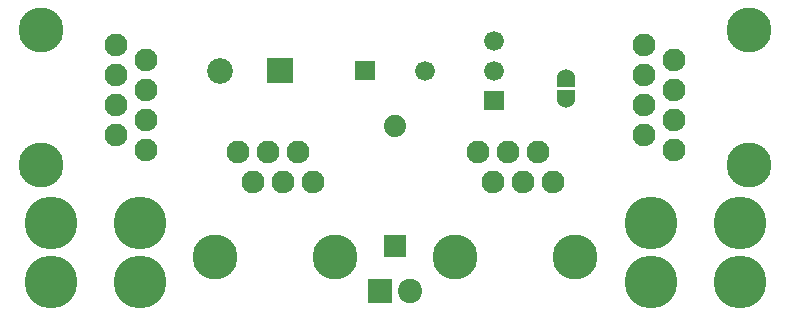
<source format=gbr>
G04 start of page 6 for group -4063 idx -4063 *
G04 Title: (unknown), componentmask *
G04 Creator: pcb 20140316 *
G04 CreationDate: Thu 20 Aug 2020 03:13:35 AM GMT UTC *
G04 For: railfan *
G04 Format: Gerber/RS-274X *
G04 PCB-Dimensions (mil): 3000.00 1125.00 *
G04 PCB-Coordinate-Origin: lower left *
%MOIN*%
%FSLAX25Y25*%
%LNTOPMASK*%
%ADD64R,0.0300X0.0300*%
%ADD63C,0.0600*%
%ADD62C,0.0660*%
%ADD61C,0.0740*%
%ADD60C,0.0860*%
%ADD59C,0.0810*%
%ADD58C,0.0001*%
%ADD57C,0.1500*%
%ADD56C,0.0760*%
%ADD55C,0.1760*%
G54D55*X35250Y20000D03*
Y39700D03*
X64750Y20000D03*
Y39700D03*
G54D56*X57000Y99000D03*
Y89000D03*
Y79000D03*
Y69000D03*
G54D57*X32000Y104000D03*
Y59000D03*
G54D56*X67000Y94000D03*
Y84000D03*
Y74000D03*
Y64000D03*
G54D57*X90000Y28500D03*
G54D58*G36*
X140950Y21050D02*Y12950D01*
X149050D01*
Y21050D01*
X140950D01*
G37*
G54D59*X155000Y17000D03*
G54D58*G36*
X146300Y35700D02*Y28300D01*
X153700D01*
Y35700D01*
X146300D01*
G37*
G54D57*X130000Y28500D03*
X170000D03*
G54D56*X177500Y63500D03*
X182500Y53500D03*
X187500Y63500D03*
X192500Y53500D03*
X197500Y63500D03*
X202500Y53500D03*
G54D55*X235250Y20000D03*
G54D57*X210000Y28500D03*
G54D58*G36*
X107200Y94800D02*Y86200D01*
X115800D01*
Y94800D01*
X107200D01*
G37*
G54D60*X91500Y90500D03*
G54D61*X150000Y72000D03*
G54D58*G36*
X136700Y93800D02*Y87200D01*
X143300D01*
Y93800D01*
X136700D01*
G37*
G54D62*X160000Y90500D03*
G54D58*G36*
X179700Y83800D02*Y77200D01*
X186300D01*
Y83800D01*
X179700D01*
G37*
G54D62*X183000Y90500D03*
Y100500D03*
G54D56*X97500Y63500D03*
X102500Y53500D03*
X107500Y63500D03*
X112500Y53500D03*
X117500Y63500D03*
X122500Y53500D03*
G54D55*X235250Y39700D03*
X264750Y20000D03*
Y39700D03*
G54D57*X268000Y59000D03*
Y104000D03*
G54D56*X243000Y64000D03*
Y74000D03*
Y84000D03*
Y94000D03*
X233000Y69000D03*
Y79000D03*
Y89000D03*
Y99000D03*
G54D63*X207000Y87900D03*
G54D64*X205500Y86400D02*X208500D01*
G54D63*X207000Y81100D03*
G54D64*X205500Y82600D02*X208500D01*
M02*

</source>
